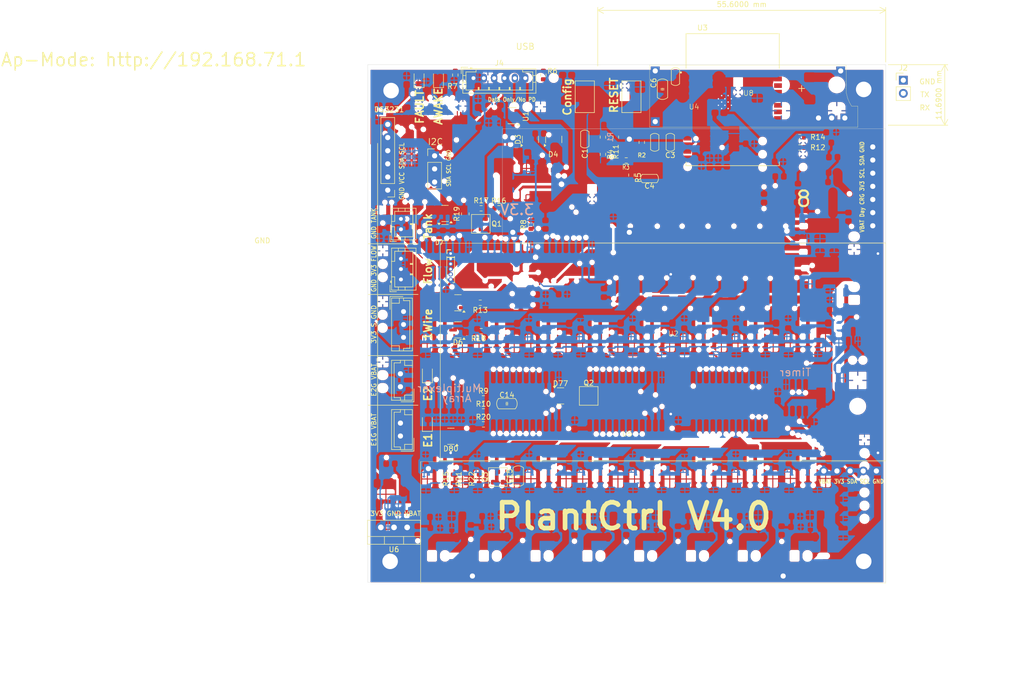
<source format=kicad_pcb>
(kicad_pcb
	(version 20241229)
	(generator "pcbnew")
	(generator_version "9.0")
	(general
		(thickness 1.6)
		(legacy_teardrops no)
	)
	(paper "A4")
	(layers
		(0 "F.Cu" signal)
		(4 "In1.Cu" signal)
		(6 "In2.Cu" signal)
		(2 "B.Cu" signal)
		(9 "F.Adhes" user "F.Adhesive")
		(11 "B.Adhes" user "B.Adhesive")
		(13 "F.Paste" user)
		(15 "B.Paste" user)
		(5 "F.SilkS" user "F.Silkscreen")
		(7 "B.SilkS" user "B.Silkscreen")
		(1 "F.Mask" user)
		(3 "B.Mask" user)
		(17 "Dwgs.User" user "User.Drawings")
		(19 "Cmts.User" user "User.Comments")
		(21 "Eco1.User" user "User.Eco1")
		(23 "Eco2.User" user "User.Eco2")
		(25 "Edge.Cuts" user)
		(27 "Margin" user)
		(31 "F.CrtYd" user "F.Courtyard")
		(29 "B.CrtYd" user "B.Courtyard")
		(35 "F.Fab" user)
		(33 "B.Fab" user)
	)
	(setup
		(stackup
			(layer "F.SilkS"
				(type "Top Silk Screen")
			)
			(layer "F.Paste"
				(type "Top Solder Paste")
			)
			(layer "F.Mask"
				(type "Top Solder Mask")
				(thickness 0.01)
			)
			(layer "F.Cu"
				(type "copper")
				(thickness 0.035)
			)
			(layer "dielectric 1"
				(type "prepreg")
				(thickness 0.1)
				(material "FR4")
				(epsilon_r 4.5)
				(loss_tangent 0.02)
			)
			(layer "In1.Cu"
				(type "copper")
				(thickness 0.035)
			)
			(layer "dielectric 2"
				(type "core")
				(thickness 1.24)
				(material "FR4")
				(epsilon_r 4.5)
				(loss_tangent 0.02)
			)
			(layer "In2.Cu"
				(type "copper")
				(thickness 0.035)
			)
			(layer "dielectric 3"
				(type "prepreg")
				(thickness 0.1)
				(material "FR4")
				(epsilon_r 4.5)
				(loss_tangent 0.02)
			)
			(layer "B.Cu"
				(type "copper")
				(thickness 0.035)
			)
			(layer "B.Mask"
				(type "Bottom Solder Mask")
				(thickness 0.01)
			)
			(layer "B.Paste"
				(type "Bottom Solder Paste")
			)
			(layer "B.SilkS"
				(type "Bottom Silk Screen")
			)
			(copper_finish "HAL lead-free")
			(dielectric_constraints no)
		)
		(pad_to_mask_clearance 0.05)
		(allow_soldermask_bridges_in_footprints no)
		(tenting front back)
		(aux_axis_origin 68.58 26.67)
		(grid_origin 68.58 26.67)
		(pcbplotparams
			(layerselection 0x00000000_00000000_5555555f_ffffffff)
			(plot_on_all_layers_selection 0x00000000_00000000_00000000_00000000)
			(disableapertmacros no)
			(usegerberextensions no)
			(usegerberattributes no)
			(usegerberadvancedattributes no)
			(creategerberjobfile no)
			(dashed_line_dash_ratio 12.000000)
			(dashed_line_gap_ratio 3.000000)
			(svgprecision 4)
			(plotframeref no)
			(mode 1)
			(useauxorigin no)
			(hpglpennumber 1)
			(hpglpenspeed 20)
			(hpglpendiameter 15.000000)
			(pdf_front_fp_property_popups yes)
			(pdf_back_fp_property_popups yes)
			(pdf_metadata yes)
			(pdf_single_document no)
			(dxfpolygonmode yes)
			(dxfimperialunits yes)
			(dxfusepcbnewfont yes)
			(psnegative no)
			(psa4output no)
			(plot_black_and_white yes)
			(sketchpadsonfab no)
			(plotpadnumbers no)
			(hidednponfab no)
			(sketchdnponfab yes)
			(crossoutdnponfab yes)
			(subtractmaskfromsilk no)
			(outputformat 1)
			(mirror no)
			(drillshape 0)
			(scaleselection 1)
			(outputdirectory "gerber/")
		)
	)
	(net 0 "")
	(net 1 "EN")
	(net 2 "VBAT")
	(net 3 "GND")
	(net 4 "3_3V")
	(net 5 "Temp")
	(net 6 "Net-(C2-Pad2)")
	(net 7 "PUMP_ENABLE")
	(net 8 "TANK_SENSOR")
	(net 9 "Charge")
	(net 10 "unconnected-(U3-IO15-Pad23)")
	(net 11 "Net-(Q1-G)")
	(net 12 "ESP_RX")
	(net 13 "ESP_TX")
	(net 14 "Net-(Boot1-Pad2)")
	(net 15 "SDA")
	(net 16 "SCL")
	(net 17 "unconnected-(U3-IO23-Pad21)")
	(net 18 "Net-(CD1-A)")
	(net 19 "Net-(D1-K)")
	(net 20 "Net-(J7-Pin_1)")
	(net 21 "unconnected-(U4-GND-Pad10)")
	(net 22 "unconnected-(U4-GND-Pad9)")
	(net 23 "CD_Probe")
	(net 24 "IsDay")
	(net 25 "LED_ENABLE")
	(net 26 "WORKING")
	(net 27 "unconnected-(U4-GND-Pad8)")
	(net 28 "unconnected-(U4-GND-Pad11)")
	(net 29 "ENABLE_TANK")
	(net 30 "unconnected-(U4-3V3-Pad4)")
	(net 31 "USB_D-")
	(net 32 "FLOW")
	(net 33 "USB_D+")
	(net 34 "BOOT_SEL")
	(net 35 "WARN_LED")
	(net 36 "unconnected-(U4-VBAT-Pad1)")
	(net 37 "SQW")
	(net 38 "32K")
	(net 39 "USB_BUS")
	(net 40 "Net-(R3-Pad1)")
	(net 41 "unconnected-(U1-I{slash}O2-Pad4)")
	(net 42 "unconnected-(U1-I{slash}O1-Pad6)")
	(net 43 "unconnected-(U3-IO8-Pad10)")
	(net 44 "unconnected-(U3-IO0-Pad8)")
	(net 45 "unconnected-(U3-NC-Pad22)")
	(net 46 "unconnected-(U2-GND-Pad11)")
	(net 47 "unconnected-(U2-GND-Pad8)")
	(net 48 "unconnected-(U2-GND-Pad10)")
	(net 49 "unconnected-(U2-VBAT-Pad2)")
	(net 50 "unconnected-(U2-GND-Pad9)")
	(net 51 "unconnected-(U2-GND-Pad7)")
	(net 52 "Net-(D78-K)")
	(net 53 "Net-(D78-A)")
	(net 54 "Net-(Q2-G)")
	(net 55 "Net-(J4-Pin_5)")
	(net 56 "Net-(J4-Pin_2)")
	(net 57 "unconnected-(U3-IO21-Pad19)")
	(net 58 "Net-(D79-K)")
	(net 59 "Net-(D79-A)")
	(net 60 "Net-(Q3-G)")
	(net 61 "EXTRA_1")
	(net 62 "EXTRA_2")
	(footprint "Package_TO_SOT_SMD:SOT-23" (layer "F.Cu") (at 206.8925 103.67))
	(footprint "MPPT:MPPT" (layer "F.Cu") (at 232.68 48.3075))
	(footprint "Button_Switch_SMD:SW_SPST_CK_RS282G05A3" (layer "F.Cu") (at 220.58 45.87 -90))
	(footprint "PumpOut:PumpModule" (layer "F.Cu") (at 219.88 111.47))
	(footprint "Connector_JST:JST_EH_B2B-EH-A_1x02_P2.50mm_Vertical" (layer "F.Cu") (at 175.98 111.42 90))
	(footprint "PCM_Capacitor_SMD_Handsoldering_AKL:C_0805_2012Metric_Pad1.18x1.45mm" (layer "F.Cu") (at 198.735 119.159106 90))
	(footprint "PCM_Capacitor_SMD_Handsoldering_AKL:C_0603_1608Metric_Pad1.08x0.95mm" (layer "F.Cu") (at 229.08 41.97 -90))
	(footprint "Resistor_SMD:R_0603_1608Metric" (layer "F.Cu") (at 253.08 53.67 180))
	(footprint "PCM_Capacitor_SMD_Handsoldering_AKL:C_0603_1608Metric_Pad1.08x0.95mm" (layer "F.Cu") (at 224.08 61.67 180))
	(footprint "Button_Switch_SMD:SW_SPST_CK_RS282G05A3" (layer "F.Cu") (at 211.58 45.87 -90))
	(footprint "Resistor_SMD:R_0603_1608Metric" (layer "F.Cu") (at 222.58 54.67 90))
	(footprint "Connector_JST:JST_PH_B3B-PH-K_1x03_P2.00mm_Vertical" (layer "F.Cu") (at 176.08 81.17 90))
	(footprint "Connector_JST:JST_EH_B3B-EH-A_1x03_P2.50mm_Vertical" (layer "F.Cu") (at 176.58 87.37 -90))
	(footprint "Resistor_SMD:R_0603_1608Metric" (layer "F.Cu") (at 191.555 67.42 180))
	(footprint "Resistor_SMD:R_0603_1608Metric" (layer "F.Cu") (at 188.69 119.695 90))
	(footprint "Package_TO_SOT_SMD:SOT-23" (layer "F.Cu") (at 187.08 85.67 180))
	(footprint "LED_SMD:LED_0805_2012Metric" (layer "F.Cu") (at 179.58 42.42 90))
	(footprint "Package_TO_SOT_SMD:SOT-23" (layer "F.Cu") (at 184.5925 68.42 180))
	(footprint "Resistor_SMD:R_0603_1608Metric" (layer "F.Cu") (at 217.58 53.67 -90))
	(footprint "Connector_PinHeader_2.54mm:PinHeader_1x06_P2.54mm_Vertical" (layer "F.Cu") (at 173.53 63.91 180))
	(footprint "LED_SMD:LED_0805_2012Metric" (layer "F.Cu") (at 181.18 108.845 90))
	(footprint "Resistor_SMD:R_0603_1608Metric" (layer "F.Cu") (at 186.58 41.67 -90))
	(footprint "Package_TO_SOT_SMD:SOT-23-6" (layer "F.Cu") (at 197.5175 49.52 180))
	(footprint "Package_TO_SOT_SMD:SOT-23" (layer "F.Cu") (at 187.08 90.92 180))
	(footprint "PCM_Capacitor_SMD_Handsoldering_AKL:C_0805_2012Metric_Pad1.18x1.45mm" (layer "F.Cu") (at 196.5425 105.17))
	(footprint "Resistor_SMD:R_0603_1608Metric" (layer "F.Cu") (at 219.58 58.17))
	(footprint "Resistor_SMD:R_0603_1608Metric" (layer "F.Cu") (at 194.98 67.42))
	(footprint "PCM_Capacitor_SMD_Handsoldering_AKL:C_0603_1608Metric_Pad1.08x0.95mm" (layer "F.Cu") (at 211.58 54.0325 90))
	(footprint "Package_TO_SOT_SMD:SOT-23" (layer "F.Cu") (at 205.58 54.1075 90))
	(footprint "Resistor_SMD:R_0603_1608Metric" (layer "F.Cu") (at 191.5675 91.17))
	(footprint "PCM_Capacitor_SMD_Handsoldering_AKL:C_0805_2012Metric_Pad1.18x1.45mm" (layer "F.Cu") (at 226.58 44.4075 90))
	(footprint "Resistor_SMD:R_0603_1608Metric" (layer "F.Cu") (at 192.005 106.66))
	(footprint "Modules:LightPower"
		(layer "F.Cu")
		(uuid "68f5fa27-99c3-4d47-a090-553a4ba1684e")
		(at 243.18 45.67)
		(property "Reference" "U8"
			(at 0 -0.5 0)
			(unlocked yes)
			(layer "F.SilkS")
			(uuid "3fb75a03-eed9-4856-85ff-13c4cbfbfc5d")
			(effects
				(font
					(size 1 1)
					(thickness 0.1)
				)
			)
		)
		(property "Value" "~"
			(at 0 1 0)
			(unlocked yes)
			(layer "F.Fab")
			(uuid "47de79a4-74d8-4a8d-9e6e-682cbd02f22e")
			(effects
				(font
					(size 1 1)
					(thickness 0.15)
				)
			)
		)
		(property "Datasheet" ""
			(at 0 0 0)
			(unlocked yes)
			(layer "F.Fab")
			(hide yes)
			(uuid "2729caca-868e-4974-a7da-3708b341bcd9")
			(effects
				(font
					(size 1 1)
					(thickness 0.15)
				)
			)
		)
		(property "Description" ""
			(at 0 0 0)
			(unlocked yes)
			(layer "F.Fab")
			(hide yes)
			(uuid "5b53fa72-205c-484c-8729-4b8c1ffcfb3e")
			(effects
				(font
					(size 1 1)
					(thickness 0.15)
				)
			)
		)
		(property "LCSC" ""
			(at 0 0 0)
			(unlocked yes)
			(layer "F.Fab")
			(hide yes)
			(uuid "4625fddd-7d04-47ca-8dbf-80edb81ad300")
			(effects
				(font
					(size 1 1)
					(thickness 0.15)
				)
			)
		)
		(property "Sim.Device" ""
			(at 0 0 0)
			(unlocked yes)
			(layer "F.Fab")
			(hide yes)
			(uuid "fd1de69d-fa15-48a6-a293-4a2d875b3e58")
			(effects
				(font
					(size 1 1)
					(thickness 0.15)
				)
			)
		)
		(property "Sim.Pins" ""
			(at 0 0 0)
			(unlocked yes)
			(layer "F.Fab")
			(hide yes)
			(uuid "88be5995-a033-4d94-b432-63c175bf6288")
			(effects
				(font
					(size 1 1)
					(thickness 0.15)
				)
			)
		)
		(property "Sim.Type" ""
			(at 0 0 0)
			(unlocked yes)
			(layer "F.Fab")
			(hide yes)
			(uuid "3ffa04bc-26a2-4ddb-81bf-7c04726603f7")
			(effects
				(font
					(size 1 1)
					(thickness 0.15)
				)
			)
		)
		(path "/1fc30857-6cc9-4908-b39c-f3627781ee69")
		(sheetname "/")
		(sheetfile "PlantCtrlESP32.kicad_sch")
		(attr smd)
		(fp_line
			(start -19.1 -5.9)
			(end 18.9 -5.9)
			(stroke
				(width 0.05)
				(type solid)
			)
			(layer "F.SilkS")
			(uuid "1760e015-fd49-441a-8844-2a4f4559605a")
		)
		(fp_line
			(start -19.1 6.1)
			(end -19.1 -5.9)
			(stroke
				(width 0.05)
				(type solid)
			)
			(layer "F.SilkS")
			(uuid "d5fc753d-3244-4e75-abf0-ff15da83aa28")
		)
		(fp_line
			(start 18.9 -5.9)
			(end 18.9 -0.5)
			(stroke
				(width 0.05)
				(type solid)
			)
			(layer "F.SilkS")
			(uuid "c9c3c41f-6c69-4fa7-93bb-a485dc76207b")
		)
		(fp_line
			(start 18.9 -0.5)
			(end 19.15 0.5)
			(stroke
				(width 0.05)
				(type solid)
			)
			(layer "F.SilkS")
			(uuid "be5f7625-536a-4b9a-8d29-a585f88e7bd5")
		)
		(fp_line
			(start 19.15 0.5)
			(end 19.5 1.3)
			(stroke
				(width 0.05)
				(type solid)
			)
			(layer "F.SilkS")
			(uuid "5c8ea4ef-3c9f-4b09-a189-cfe02d46adbe")
		)
		(fp_line
			(start 19.5 1.3)
			(end 19.9 2)
			(stroke
				(width 0.05)
				(type solid)
			)
			(layer "F.SilkS")
			(uuid "d71bd85e-46ee-446c-ac85-ca8ad1bd73b8")
		)
		(fp_line
			(start 19.9 2)
			(end 21.1 2)
			(stroke
				(width 0.05)
				(type solid)
			)
			(layer "F.SilkS")
			(uuid "24cc34c3-5f3b-41fa-8b1c-76f8b755a230")
		)
		(fp_line
			(start 21.1 6.1)
			(end -19.1 6.1)
			(stroke
				(width 0.05)
				(type solid)
			)
			(layer "F.SilkS")
			(uuid "615a268f-803e-42dc-a6e0-8bbf68fb353a")
		)
		(fp_line
			(start 21.1 6.1)
			(end 21.1 2)
			(stroke
				(width 0.05)
				(type solid)
			)
			(layer "F.SilkS")
			(uuid "fab29003-079d-4b48-9ac6-e3f749b69b96")
		)
		(fp_text user "${REFERENCE}"
			(at 0 2.5 0)
			(unlocked yes)
			(layer "F.Fab")
			(uuid "03b3e7c8-2d84-4a71-912b-45b9153b850f")
			(effects
				(font
					(size 1 1)
					(thickness 0.15)
				)
			)
		)
		(pad "1" thru_hole circle
			(at 13.52 4.3 270)
			(size 1.7 1.7)
			(drill 1)
			(layers "*.Cu" "*.Mask")
			(remove_unused_layers no)
			(net 25 "LED_ENABLE")
			(pinfunction "LED_ENABLE")
			(pintype "input")
			(uuid "ada2810d-8f4d-4b12-8bdd-edf76025e054")
		)
		(pad "2" thru_hole circle
			(at 16.06 4.3 270)
			(size 1.7 1.7)
			(drill 1)
			(layers "*.Cu" "*.Mask")
			(remove_unused_layers no)
			(net 2 "VBAT")
			(pinfunction "VBAT")
			(pintype "power_in")
			(uuid "d1430788-e081-462d-8500-dfe3057b3c08")
		)
		(pad "3" thru_hole rect
			(at 18.6 4.3 270)
	
... [5760409 chars truncated]
</source>
